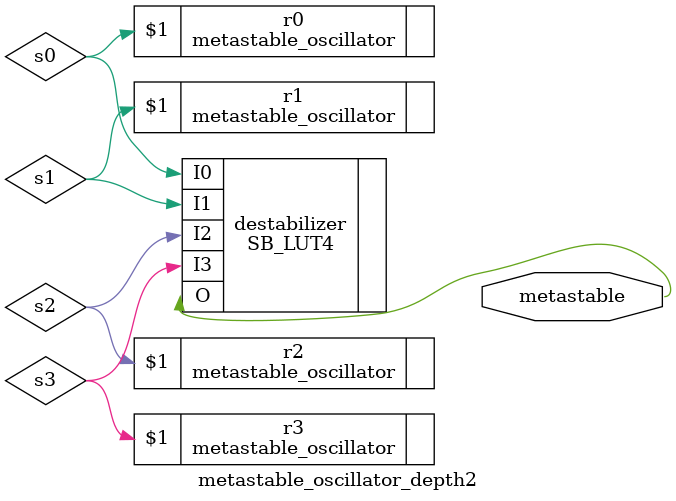
<source format=v>
/*
This file is part of verilog-buildingblocks,
by David R. Piegdon <dgit@piegdon.de>

verilog-buildingblocks is free software: you can redistribute it and/or modify
it under the terms of the GNU Lesser General Public License as published by
the Free Software Foundation, either version 3 of the License, or
(at your option) any later version.

verilog-buildingblocks is distributed in the hope that it will be useful,
but WITHOUT ANY WARRANTY; without even the implied warranty of
MERCHANTABILITY or FITNESS FOR A PARTICULAR PURPOSE.  See the
GNU Lesser General Public License for more details.

You should have received a copy of the GNU Lesser General Public License
along with verilog-buildingblocks.  If not, see <https://www.gnu.org/licenses/>.
*/

`ifndef __vbb__lattice_ice40__metastable_oscillator_depth2_v__
`define __vbb__lattice_ice40__metastable_oscillator_depth2_v__

`default_nettype none

`include "metastable_oscillator.v"

// Circuit generating an even more metastable output than
// metastable_oscillator.
module metastable_oscillator_depth2(output wire metastable);
	wire s0, s1, s2, s3;

	metastable_oscillator r0(s0);
	metastable_oscillator r1(s1);
	metastable_oscillator r2(s2);
	metastable_oscillator r3(s3);

	(* keep *)
	SB_LUT4 #(.LUT_INIT(16'b0101_0011_0001_1110))
		destabilizer (.O(metastable), .I0(s0), .I1(s1), .I2(s2), .I3(s3));
endmodule

`endif // __vbb__lattice_ice40__metastable_oscillator_depth2_v__

</source>
